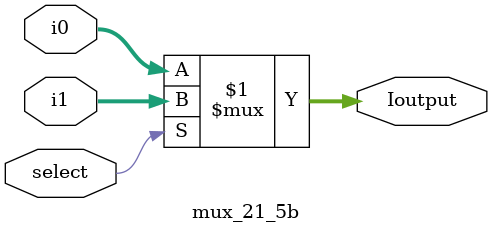
<source format=v>
module mux_21_5b (i0, i1, select ,Ioutput);
input [4:0] i0,i1;
input select;
output [4:0] Ioutput;
assign Ioutput = select ? i1 :i0;
endmodule
</source>
